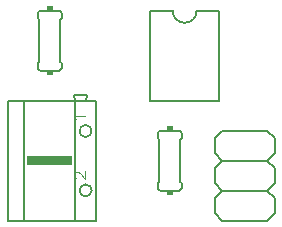
<source format=gto>
G04 Layer: TopSilkscreenLayer*
G04 EasyEDA v6.5.9, 2022-12-18 14:38:18*
G04 6ed9124010b24111a11f212ffacae300,5dd06754fdd742daa6fe38bf62b7df6b,10*
G04 Gerber Generator version 0.2*
G04 Scale: 100 percent, Rotated: No, Reflected: No *
G04 Dimensions in millimeters *
G04 leading zeros omitted , absolute positions ,4 integer and 5 decimal *
%FSLAX45Y45*%
%MOMM*%

%ADD10C,0.1189*%
%ADD11C,0.1524*%

%LPD*%
D10*
X602488Y1117346D02*
G01*
X598170Y1126236D01*
X584454Y1139952D01*
X679196Y1139952D01*
X607060Y613918D02*
G01*
X602488Y613918D01*
X593598Y618236D01*
X589026Y622808D01*
X584454Y631952D01*
X584454Y649986D01*
X589026Y658876D01*
X593598Y663448D01*
X602488Y667766D01*
X611632Y667766D01*
X620522Y663448D01*
X633984Y654304D01*
X679196Y609346D01*
X679196Y672338D01*
G36*
X190500Y800100D02*
G01*
X190500Y723900D01*
X571500Y723900D01*
X571500Y800100D01*
G37*
G36*
X355600Y2070100D02*
G01*
X355600Y2032000D01*
X406400Y2032000D01*
X406400Y2070100D01*
G37*
G36*
X355600Y1524000D02*
G01*
X355600Y1485900D01*
X406400Y1485900D01*
X406400Y1524000D01*
G37*
G36*
X1371600Y508000D02*
G01*
X1371600Y469900D01*
X1422400Y469900D01*
X1422400Y508000D01*
G37*
G36*
X1371600Y1054100D02*
G01*
X1371600Y1016000D01*
X1422400Y1016000D01*
X1422400Y1054100D01*
G37*
D11*
X1422400Y2032000D02*
G01*
X1231900Y2032000D01*
X1231900Y1270000D01*
X1816100Y1270000D01*
X1816100Y2032000D01*
X1625600Y2032000D01*
X25400Y254000D02*
G01*
X25400Y1270000D01*
X165100Y1270000D01*
X165100Y254000D01*
X25400Y254000D01*
X165100Y254000D02*
G01*
X596900Y254000D01*
X774700Y254000D01*
X774700Y1270000D01*
X685800Y1270000D01*
X596900Y1270000D01*
X596900Y254000D01*
X685800Y1270000D02*
G01*
X698500Y1320800D01*
X584200Y1320800D01*
X596900Y1270000D01*
X165100Y1270000D01*
X2222500Y508000D02*
G01*
X2286000Y444500D01*
X2286000Y317500D01*
X2222500Y254000D01*
X1841500Y254000D01*
X1778000Y317500D01*
X1778000Y444500D01*
X1841500Y508000D01*
X2222500Y508000D01*
X2286000Y571500D01*
X2286000Y698500D01*
X2222500Y762000D01*
X2286000Y825500D01*
X2286000Y952500D01*
X2222500Y1016000D01*
X1841500Y1016000D01*
X1778000Y952500D01*
X1778000Y825500D01*
X1841500Y762000D01*
X1778000Y698500D01*
X1778000Y571500D01*
X1841500Y508000D01*
X2222500Y762000D02*
G01*
X1841500Y762000D01*
X457200Y1524000D02*
G01*
X304800Y1524000D01*
X279400Y1549400D02*
G01*
X279400Y1587500D01*
X292100Y1600200D01*
X292100Y1955800D01*
X279400Y1968500D01*
X279400Y2006600D01*
X482600Y1549400D02*
G01*
X482600Y1587500D01*
X469900Y1600200D01*
X469900Y1955800D01*
X482600Y1968500D01*
X482600Y2006600D01*
X457200Y2032000D02*
G01*
X304800Y2032000D01*
X1320800Y1016000D02*
G01*
X1473200Y1016000D01*
X1498600Y990600D02*
G01*
X1498600Y952500D01*
X1485900Y939800D01*
X1485900Y584200D01*
X1498600Y571500D01*
X1498600Y533400D01*
X1295400Y990600D02*
G01*
X1295400Y952500D01*
X1308100Y939800D01*
X1308100Y584200D01*
X1295400Y571500D01*
X1295400Y533400D01*
X1320800Y508000D02*
G01*
X1473200Y508000D01*
G75*
G01*
X1625600Y2032000D02*
G02*
X1422400Y2032000I-101600J0D01*
G75*
G01*
X685800Y459740D02*
G03*
X685241Y459740I-279J50799D01*
G75*
G01*
X685800Y962660D02*
G03*
X685241Y962660I-279J50799D01*
G75*
G01*
X304800Y1524000D02*
G02*
X279400Y1549400I0J25400D01*
G75*
G01*
X457200Y1524000D02*
G03*
X482600Y1549400I0J25400D01*
G75*
G01*
X482600Y2006600D02*
G03*
X457200Y2032000I-25400J0D01*
G75*
G01*
X279400Y2006600D02*
G02*
X304800Y2032000I25400J0D01*
G75*
G01*
X1473200Y1016000D02*
G02*
X1498600Y990600I0J-25400D01*
G75*
G01*
X1320800Y1016000D02*
G03*
X1295400Y990600I0J-25400D01*
G75*
G01*
X1295400Y533400D02*
G03*
X1320800Y508000I25400J0D01*
G75*
G01*
X1498600Y533400D02*
G02*
X1473200Y508000I-25400J0D01*
M02*

</source>
